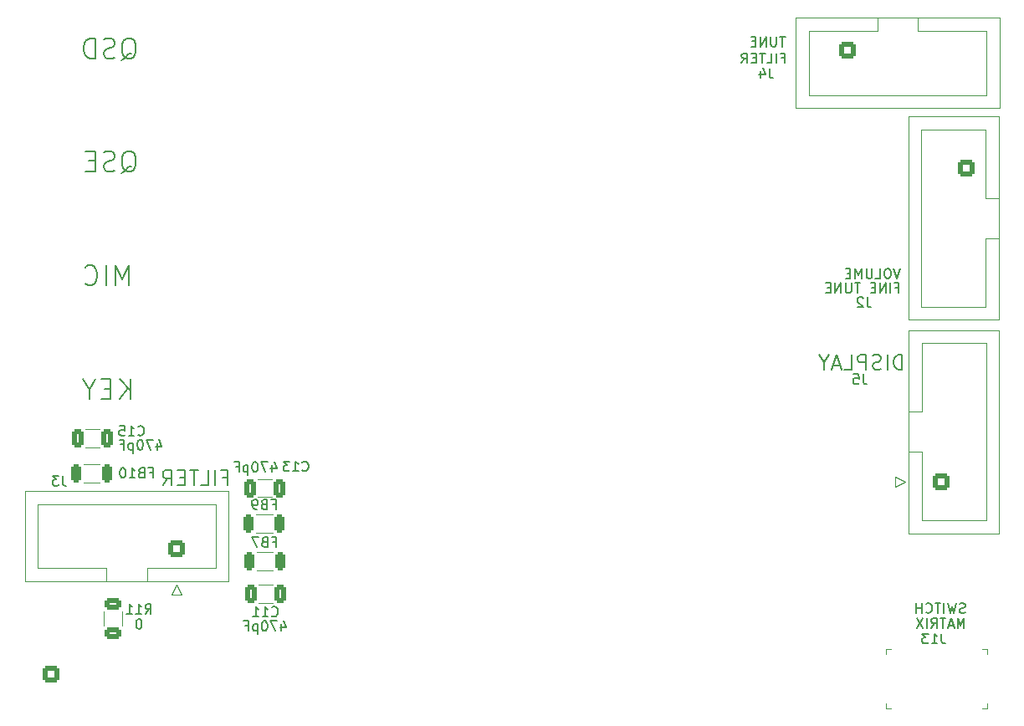
<source format=gbr>
G04 #@! TF.GenerationSoftware,KiCad,Pcbnew,8.0.5*
G04 #@! TF.CreationDate,2024-09-19T13:37:45-04:00*
G04 #@! TF.ProjectId,t41_2_main_board,7434315f-325f-46d6-9169-6e5f626f6172,1.0*
G04 #@! TF.SameCoordinates,Original*
G04 #@! TF.FileFunction,Legend,Bot*
G04 #@! TF.FilePolarity,Positive*
%FSLAX46Y46*%
G04 Gerber Fmt 4.6, Leading zero omitted, Abs format (unit mm)*
G04 Created by KiCad (PCBNEW 8.0.5) date 2024-09-19 13:37:45*
%MOMM*%
%LPD*%
G01*
G04 APERTURE LIST*
G04 Aperture macros list*
%AMRoundRect*
0 Rectangle with rounded corners*
0 $1 Rounding radius*
0 $2 $3 $4 $5 $6 $7 $8 $9 X,Y pos of 4 corners*
0 Add a 4 corners polygon primitive as box body*
4,1,4,$2,$3,$4,$5,$6,$7,$8,$9,$2,$3,0*
0 Add four circle primitives for the rounded corners*
1,1,$1+$1,$2,$3*
1,1,$1+$1,$4,$5*
1,1,$1+$1,$6,$7*
1,1,$1+$1,$8,$9*
0 Add four rect primitives between the rounded corners*
20,1,$1+$1,$2,$3,$4,$5,0*
20,1,$1+$1,$4,$5,$6,$7,0*
20,1,$1+$1,$6,$7,$8,$9,0*
20,1,$1+$1,$8,$9,$2,$3,0*%
G04 Aperture macros list end*
%ADD10C,0.150000*%
%ADD11C,0.120000*%
%ADD12C,0.100000*%
%ADD13C,1.700000*%
%ADD14C,2.100000*%
%ADD15RoundRect,0.250000X-0.600000X-0.600000X0.600000X-0.600000X0.600000X0.600000X-0.600000X0.600000X0*%
%ADD16R,1.600000X1.600000*%
%ADD17C,1.600000*%
%ADD18R,1.300000X1.300000*%
%ADD19C,1.300000*%
%ADD20RoundRect,0.250000X0.275000X0.700000X-0.275000X0.700000X-0.275000X-0.700000X0.275000X-0.700000X0*%
%ADD21RoundRect,0.250000X-0.325000X-0.650000X0.325000X-0.650000X0.325000X0.650000X-0.325000X0.650000X0*%
%ADD22RoundRect,0.250000X-0.600000X0.600000X-0.600000X-0.600000X0.600000X-0.600000X0.600000X0.600000X0*%
%ADD23RoundRect,0.250000X-0.275000X-0.700000X0.275000X-0.700000X0.275000X0.700000X-0.275000X0.700000X0*%
%ADD24RoundRect,0.250000X-0.625000X0.312500X-0.625000X-0.312500X0.625000X-0.312500X0.625000X0.312500X0*%
%ADD25RoundRect,0.250000X0.600000X0.600000X-0.600000X0.600000X-0.600000X-0.600000X0.600000X-0.600000X0*%
%ADD26RoundRect,0.250000X0.325000X0.650000X-0.325000X0.650000X-0.325000X-0.650000X0.325000X-0.650000X0*%
%ADD27RoundRect,0.250000X0.600000X-0.600000X0.600000X0.600000X-0.600000X0.600000X-0.600000X-0.600000X0*%
G04 APERTURE END LIST*
D10*
X117344173Y-100892914D02*
X117844173Y-100892914D01*
X117844173Y-101678628D02*
X117844173Y-100178628D01*
X117844173Y-100178628D02*
X117129887Y-100178628D01*
X116558459Y-101678628D02*
X116558459Y-100178628D01*
X115129887Y-101678628D02*
X115844173Y-101678628D01*
X115844173Y-101678628D02*
X115844173Y-100178628D01*
X114844172Y-100178628D02*
X113987030Y-100178628D01*
X114415601Y-101678628D02*
X114415601Y-100178628D01*
X113487030Y-100892914D02*
X112987030Y-100892914D01*
X112772744Y-101678628D02*
X113487030Y-101678628D01*
X113487030Y-101678628D02*
X113487030Y-100178628D01*
X113487030Y-100178628D02*
X112772744Y-100178628D01*
X111272744Y-101678628D02*
X111772744Y-100964342D01*
X112129887Y-101678628D02*
X112129887Y-100178628D01*
X112129887Y-100178628D02*
X111558458Y-100178628D01*
X111558458Y-100178628D02*
X111415601Y-100250057D01*
X111415601Y-100250057D02*
X111344172Y-100321485D01*
X111344172Y-100321485D02*
X111272744Y-100464342D01*
X111272744Y-100464342D02*
X111272744Y-100678628D01*
X111272744Y-100678628D02*
X111344172Y-100821485D01*
X111344172Y-100821485D02*
X111415601Y-100892914D01*
X111415601Y-100892914D02*
X111558458Y-100964342D01*
X111558458Y-100964342D02*
X112129887Y-100964342D01*
X192471639Y-114567000D02*
X192328782Y-114614619D01*
X192328782Y-114614619D02*
X192090687Y-114614619D01*
X192090687Y-114614619D02*
X191995449Y-114567000D01*
X191995449Y-114567000D02*
X191947830Y-114519380D01*
X191947830Y-114519380D02*
X191900211Y-114424142D01*
X191900211Y-114424142D02*
X191900211Y-114328904D01*
X191900211Y-114328904D02*
X191947830Y-114233666D01*
X191947830Y-114233666D02*
X191995449Y-114186047D01*
X191995449Y-114186047D02*
X192090687Y-114138428D01*
X192090687Y-114138428D02*
X192281163Y-114090809D01*
X192281163Y-114090809D02*
X192376401Y-114043190D01*
X192376401Y-114043190D02*
X192424020Y-113995571D01*
X192424020Y-113995571D02*
X192471639Y-113900333D01*
X192471639Y-113900333D02*
X192471639Y-113805095D01*
X192471639Y-113805095D02*
X192424020Y-113709857D01*
X192424020Y-113709857D02*
X192376401Y-113662238D01*
X192376401Y-113662238D02*
X192281163Y-113614619D01*
X192281163Y-113614619D02*
X192043068Y-113614619D01*
X192043068Y-113614619D02*
X191900211Y-113662238D01*
X191566877Y-113614619D02*
X191328782Y-114614619D01*
X191328782Y-114614619D02*
X191138306Y-113900333D01*
X191138306Y-113900333D02*
X190947830Y-114614619D01*
X190947830Y-114614619D02*
X190709735Y-113614619D01*
X190328782Y-114614619D02*
X190328782Y-113614619D01*
X189995449Y-113614619D02*
X189424021Y-113614619D01*
X189709735Y-114614619D02*
X189709735Y-113614619D01*
X188519259Y-114519380D02*
X188566878Y-114567000D01*
X188566878Y-114567000D02*
X188709735Y-114614619D01*
X188709735Y-114614619D02*
X188804973Y-114614619D01*
X188804973Y-114614619D02*
X188947830Y-114567000D01*
X188947830Y-114567000D02*
X189043068Y-114471761D01*
X189043068Y-114471761D02*
X189090687Y-114376523D01*
X189090687Y-114376523D02*
X189138306Y-114186047D01*
X189138306Y-114186047D02*
X189138306Y-114043190D01*
X189138306Y-114043190D02*
X189090687Y-113852714D01*
X189090687Y-113852714D02*
X189043068Y-113757476D01*
X189043068Y-113757476D02*
X188947830Y-113662238D01*
X188947830Y-113662238D02*
X188804973Y-113614619D01*
X188804973Y-113614619D02*
X188709735Y-113614619D01*
X188709735Y-113614619D02*
X188566878Y-113662238D01*
X188566878Y-113662238D02*
X188519259Y-113709857D01*
X188090687Y-114614619D02*
X188090687Y-113614619D01*
X188090687Y-114090809D02*
X187519259Y-114090809D01*
X187519259Y-114614619D02*
X187519259Y-113614619D01*
X192373220Y-116138619D02*
X192373220Y-115138619D01*
X192373220Y-115138619D02*
X192039887Y-115852904D01*
X192039887Y-115852904D02*
X191706554Y-115138619D01*
X191706554Y-115138619D02*
X191706554Y-116138619D01*
X191277982Y-115852904D02*
X190801792Y-115852904D01*
X191373220Y-116138619D02*
X191039887Y-115138619D01*
X191039887Y-115138619D02*
X190706554Y-116138619D01*
X190516077Y-115138619D02*
X189944649Y-115138619D01*
X190230363Y-116138619D02*
X190230363Y-115138619D01*
X189039887Y-116138619D02*
X189373220Y-115662428D01*
X189611315Y-116138619D02*
X189611315Y-115138619D01*
X189611315Y-115138619D02*
X189230363Y-115138619D01*
X189230363Y-115138619D02*
X189135125Y-115186238D01*
X189135125Y-115186238D02*
X189087506Y-115233857D01*
X189087506Y-115233857D02*
X189039887Y-115329095D01*
X189039887Y-115329095D02*
X189039887Y-115471952D01*
X189039887Y-115471952D02*
X189087506Y-115567190D01*
X189087506Y-115567190D02*
X189135125Y-115614809D01*
X189135125Y-115614809D02*
X189230363Y-115662428D01*
X189230363Y-115662428D02*
X189611315Y-115662428D01*
X188611315Y-116138619D02*
X188611315Y-115138619D01*
X188230363Y-115138619D02*
X187563697Y-116138619D01*
X187563697Y-115138619D02*
X188230363Y-116138619D01*
X107083392Y-70080314D02*
X107273868Y-69985076D01*
X107273868Y-69985076D02*
X107464344Y-69794600D01*
X107464344Y-69794600D02*
X107750058Y-69508885D01*
X107750058Y-69508885D02*
X107940535Y-69413647D01*
X107940535Y-69413647D02*
X108131011Y-69413647D01*
X108035773Y-69889838D02*
X108226249Y-69794600D01*
X108226249Y-69794600D02*
X108416725Y-69604123D01*
X108416725Y-69604123D02*
X108511963Y-69223171D01*
X108511963Y-69223171D02*
X108511963Y-68556504D01*
X108511963Y-68556504D02*
X108416725Y-68175552D01*
X108416725Y-68175552D02*
X108226249Y-67985076D01*
X108226249Y-67985076D02*
X108035773Y-67889838D01*
X108035773Y-67889838D02*
X107654820Y-67889838D01*
X107654820Y-67889838D02*
X107464344Y-67985076D01*
X107464344Y-67985076D02*
X107273868Y-68175552D01*
X107273868Y-68175552D02*
X107178630Y-68556504D01*
X107178630Y-68556504D02*
X107178630Y-69223171D01*
X107178630Y-69223171D02*
X107273868Y-69604123D01*
X107273868Y-69604123D02*
X107464344Y-69794600D01*
X107464344Y-69794600D02*
X107654820Y-69889838D01*
X107654820Y-69889838D02*
X108035773Y-69889838D01*
X106416725Y-69794600D02*
X106131011Y-69889838D01*
X106131011Y-69889838D02*
X105654820Y-69889838D01*
X105654820Y-69889838D02*
X105464344Y-69794600D01*
X105464344Y-69794600D02*
X105369106Y-69699361D01*
X105369106Y-69699361D02*
X105273868Y-69508885D01*
X105273868Y-69508885D02*
X105273868Y-69318409D01*
X105273868Y-69318409D02*
X105369106Y-69127933D01*
X105369106Y-69127933D02*
X105464344Y-69032695D01*
X105464344Y-69032695D02*
X105654820Y-68937457D01*
X105654820Y-68937457D02*
X106035773Y-68842219D01*
X106035773Y-68842219D02*
X106226249Y-68746980D01*
X106226249Y-68746980D02*
X106321487Y-68651742D01*
X106321487Y-68651742D02*
X106416725Y-68461266D01*
X106416725Y-68461266D02*
X106416725Y-68270790D01*
X106416725Y-68270790D02*
X106321487Y-68080314D01*
X106321487Y-68080314D02*
X106226249Y-67985076D01*
X106226249Y-67985076D02*
X106035773Y-67889838D01*
X106035773Y-67889838D02*
X105559582Y-67889838D01*
X105559582Y-67889838D02*
X105273868Y-67985076D01*
X104416725Y-68842219D02*
X103750058Y-68842219D01*
X103464344Y-69889838D02*
X104416725Y-69889838D01*
X104416725Y-69889838D02*
X104416725Y-67889838D01*
X104416725Y-67889838D02*
X103464344Y-67889838D01*
X185912077Y-79731019D02*
X185578744Y-80731019D01*
X185578744Y-80731019D02*
X185245411Y-79731019D01*
X184721601Y-79731019D02*
X184531125Y-79731019D01*
X184531125Y-79731019D02*
X184435887Y-79778638D01*
X184435887Y-79778638D02*
X184340649Y-79873876D01*
X184340649Y-79873876D02*
X184293030Y-80064352D01*
X184293030Y-80064352D02*
X184293030Y-80397685D01*
X184293030Y-80397685D02*
X184340649Y-80588161D01*
X184340649Y-80588161D02*
X184435887Y-80683400D01*
X184435887Y-80683400D02*
X184531125Y-80731019D01*
X184531125Y-80731019D02*
X184721601Y-80731019D01*
X184721601Y-80731019D02*
X184816839Y-80683400D01*
X184816839Y-80683400D02*
X184912077Y-80588161D01*
X184912077Y-80588161D02*
X184959696Y-80397685D01*
X184959696Y-80397685D02*
X184959696Y-80064352D01*
X184959696Y-80064352D02*
X184912077Y-79873876D01*
X184912077Y-79873876D02*
X184816839Y-79778638D01*
X184816839Y-79778638D02*
X184721601Y-79731019D01*
X183388268Y-80731019D02*
X183864458Y-80731019D01*
X183864458Y-80731019D02*
X183864458Y-79731019D01*
X183054934Y-79731019D02*
X183054934Y-80540542D01*
X183054934Y-80540542D02*
X183007315Y-80635780D01*
X183007315Y-80635780D02*
X182959696Y-80683400D01*
X182959696Y-80683400D02*
X182864458Y-80731019D01*
X182864458Y-80731019D02*
X182673982Y-80731019D01*
X182673982Y-80731019D02*
X182578744Y-80683400D01*
X182578744Y-80683400D02*
X182531125Y-80635780D01*
X182531125Y-80635780D02*
X182483506Y-80540542D01*
X182483506Y-80540542D02*
X182483506Y-79731019D01*
X182007315Y-80731019D02*
X182007315Y-79731019D01*
X182007315Y-79731019D02*
X181673982Y-80445304D01*
X181673982Y-80445304D02*
X181340649Y-79731019D01*
X181340649Y-79731019D02*
X181340649Y-80731019D01*
X180864458Y-80207209D02*
X180531125Y-80207209D01*
X180388268Y-80731019D02*
X180864458Y-80731019D01*
X180864458Y-80731019D02*
X180864458Y-79731019D01*
X180864458Y-79731019D02*
X180388268Y-79731019D01*
X186107373Y-89966228D02*
X186107373Y-88466228D01*
X186107373Y-88466228D02*
X185750230Y-88466228D01*
X185750230Y-88466228D02*
X185535944Y-88537657D01*
X185535944Y-88537657D02*
X185393087Y-88680514D01*
X185393087Y-88680514D02*
X185321658Y-88823371D01*
X185321658Y-88823371D02*
X185250230Y-89109085D01*
X185250230Y-89109085D02*
X185250230Y-89323371D01*
X185250230Y-89323371D02*
X185321658Y-89609085D01*
X185321658Y-89609085D02*
X185393087Y-89751942D01*
X185393087Y-89751942D02*
X185535944Y-89894800D01*
X185535944Y-89894800D02*
X185750230Y-89966228D01*
X185750230Y-89966228D02*
X186107373Y-89966228D01*
X184607373Y-89966228D02*
X184607373Y-88466228D01*
X183964515Y-89894800D02*
X183750230Y-89966228D01*
X183750230Y-89966228D02*
X183393087Y-89966228D01*
X183393087Y-89966228D02*
X183250230Y-89894800D01*
X183250230Y-89894800D02*
X183178801Y-89823371D01*
X183178801Y-89823371D02*
X183107372Y-89680514D01*
X183107372Y-89680514D02*
X183107372Y-89537657D01*
X183107372Y-89537657D02*
X183178801Y-89394800D01*
X183178801Y-89394800D02*
X183250230Y-89323371D01*
X183250230Y-89323371D02*
X183393087Y-89251942D01*
X183393087Y-89251942D02*
X183678801Y-89180514D01*
X183678801Y-89180514D02*
X183821658Y-89109085D01*
X183821658Y-89109085D02*
X183893087Y-89037657D01*
X183893087Y-89037657D02*
X183964515Y-88894800D01*
X183964515Y-88894800D02*
X183964515Y-88751942D01*
X183964515Y-88751942D02*
X183893087Y-88609085D01*
X183893087Y-88609085D02*
X183821658Y-88537657D01*
X183821658Y-88537657D02*
X183678801Y-88466228D01*
X183678801Y-88466228D02*
X183321658Y-88466228D01*
X183321658Y-88466228D02*
X183107372Y-88537657D01*
X182464516Y-89966228D02*
X182464516Y-88466228D01*
X182464516Y-88466228D02*
X181893087Y-88466228D01*
X181893087Y-88466228D02*
X181750230Y-88537657D01*
X181750230Y-88537657D02*
X181678801Y-88609085D01*
X181678801Y-88609085D02*
X181607373Y-88751942D01*
X181607373Y-88751942D02*
X181607373Y-88966228D01*
X181607373Y-88966228D02*
X181678801Y-89109085D01*
X181678801Y-89109085D02*
X181750230Y-89180514D01*
X181750230Y-89180514D02*
X181893087Y-89251942D01*
X181893087Y-89251942D02*
X182464516Y-89251942D01*
X180250230Y-89966228D02*
X180964516Y-89966228D01*
X180964516Y-89966228D02*
X180964516Y-88466228D01*
X179821658Y-89537657D02*
X179107373Y-89537657D01*
X179964515Y-89966228D02*
X179464515Y-88466228D01*
X179464515Y-88466228D02*
X178964515Y-89966228D01*
X178178801Y-89251942D02*
X178178801Y-89966228D01*
X178678801Y-88466228D02*
X178178801Y-89251942D01*
X178178801Y-89251942D02*
X177678801Y-88466228D01*
X174278877Y-56261419D02*
X173707449Y-56261419D01*
X173993163Y-57261419D02*
X173993163Y-56261419D01*
X173374115Y-56261419D02*
X173374115Y-57070942D01*
X173374115Y-57070942D02*
X173326496Y-57166180D01*
X173326496Y-57166180D02*
X173278877Y-57213800D01*
X173278877Y-57213800D02*
X173183639Y-57261419D01*
X173183639Y-57261419D02*
X172993163Y-57261419D01*
X172993163Y-57261419D02*
X172897925Y-57213800D01*
X172897925Y-57213800D02*
X172850306Y-57166180D01*
X172850306Y-57166180D02*
X172802687Y-57070942D01*
X172802687Y-57070942D02*
X172802687Y-56261419D01*
X172326496Y-57261419D02*
X172326496Y-56261419D01*
X172326496Y-56261419D02*
X171755068Y-57261419D01*
X171755068Y-57261419D02*
X171755068Y-56261419D01*
X171278877Y-56737609D02*
X170945544Y-56737609D01*
X170802687Y-57261419D02*
X171278877Y-57261419D01*
X171278877Y-57261419D02*
X171278877Y-56261419D01*
X171278877Y-56261419D02*
X170802687Y-56261419D01*
X185435887Y-81680409D02*
X185769220Y-81680409D01*
X185769220Y-82204219D02*
X185769220Y-81204219D01*
X185769220Y-81204219D02*
X185293030Y-81204219D01*
X184912077Y-82204219D02*
X184912077Y-81204219D01*
X184435887Y-82204219D02*
X184435887Y-81204219D01*
X184435887Y-81204219D02*
X183864459Y-82204219D01*
X183864459Y-82204219D02*
X183864459Y-81204219D01*
X183388268Y-81680409D02*
X183054935Y-81680409D01*
X182912078Y-82204219D02*
X183388268Y-82204219D01*
X183388268Y-82204219D02*
X183388268Y-81204219D01*
X183388268Y-81204219D02*
X182912078Y-81204219D01*
X181864458Y-81204219D02*
X181293030Y-81204219D01*
X181578744Y-82204219D02*
X181578744Y-81204219D01*
X180959696Y-81204219D02*
X180959696Y-82013742D01*
X180959696Y-82013742D02*
X180912077Y-82108980D01*
X180912077Y-82108980D02*
X180864458Y-82156600D01*
X180864458Y-82156600D02*
X180769220Y-82204219D01*
X180769220Y-82204219D02*
X180578744Y-82204219D01*
X180578744Y-82204219D02*
X180483506Y-82156600D01*
X180483506Y-82156600D02*
X180435887Y-82108980D01*
X180435887Y-82108980D02*
X180388268Y-82013742D01*
X180388268Y-82013742D02*
X180388268Y-81204219D01*
X179912077Y-82204219D02*
X179912077Y-81204219D01*
X179912077Y-81204219D02*
X179340649Y-82204219D01*
X179340649Y-82204219D02*
X179340649Y-81204219D01*
X178864458Y-81680409D02*
X178531125Y-81680409D01*
X178388268Y-82204219D02*
X178864458Y-82204219D01*
X178864458Y-82204219D02*
X178864458Y-81204219D01*
X178864458Y-81204219D02*
X178388268Y-81204219D01*
X108010325Y-92953038D02*
X108010325Y-90953038D01*
X106867468Y-92953038D02*
X107724611Y-91810180D01*
X106867468Y-90953038D02*
X108010325Y-92095895D01*
X106010325Y-91905419D02*
X105343658Y-91905419D01*
X105057944Y-92953038D02*
X106010325Y-92953038D01*
X106010325Y-92953038D02*
X106010325Y-90953038D01*
X106010325Y-90953038D02*
X105057944Y-90953038D01*
X103819849Y-92000657D02*
X103819849Y-92953038D01*
X104486515Y-90953038D02*
X103819849Y-92000657D01*
X103819849Y-92000657D02*
X103153182Y-90953038D01*
X107083392Y-58650314D02*
X107273868Y-58555076D01*
X107273868Y-58555076D02*
X107464344Y-58364600D01*
X107464344Y-58364600D02*
X107750058Y-58078885D01*
X107750058Y-58078885D02*
X107940535Y-57983647D01*
X107940535Y-57983647D02*
X108131011Y-57983647D01*
X108035773Y-58459838D02*
X108226249Y-58364600D01*
X108226249Y-58364600D02*
X108416725Y-58174123D01*
X108416725Y-58174123D02*
X108511963Y-57793171D01*
X108511963Y-57793171D02*
X108511963Y-57126504D01*
X108511963Y-57126504D02*
X108416725Y-56745552D01*
X108416725Y-56745552D02*
X108226249Y-56555076D01*
X108226249Y-56555076D02*
X108035773Y-56459838D01*
X108035773Y-56459838D02*
X107654820Y-56459838D01*
X107654820Y-56459838D02*
X107464344Y-56555076D01*
X107464344Y-56555076D02*
X107273868Y-56745552D01*
X107273868Y-56745552D02*
X107178630Y-57126504D01*
X107178630Y-57126504D02*
X107178630Y-57793171D01*
X107178630Y-57793171D02*
X107273868Y-58174123D01*
X107273868Y-58174123D02*
X107464344Y-58364600D01*
X107464344Y-58364600D02*
X107654820Y-58459838D01*
X107654820Y-58459838D02*
X108035773Y-58459838D01*
X106416725Y-58364600D02*
X106131011Y-58459838D01*
X106131011Y-58459838D02*
X105654820Y-58459838D01*
X105654820Y-58459838D02*
X105464344Y-58364600D01*
X105464344Y-58364600D02*
X105369106Y-58269361D01*
X105369106Y-58269361D02*
X105273868Y-58078885D01*
X105273868Y-58078885D02*
X105273868Y-57888409D01*
X105273868Y-57888409D02*
X105369106Y-57697933D01*
X105369106Y-57697933D02*
X105464344Y-57602695D01*
X105464344Y-57602695D02*
X105654820Y-57507457D01*
X105654820Y-57507457D02*
X106035773Y-57412219D01*
X106035773Y-57412219D02*
X106226249Y-57316980D01*
X106226249Y-57316980D02*
X106321487Y-57221742D01*
X106321487Y-57221742D02*
X106416725Y-57031266D01*
X106416725Y-57031266D02*
X106416725Y-56840790D01*
X106416725Y-56840790D02*
X106321487Y-56650314D01*
X106321487Y-56650314D02*
X106226249Y-56555076D01*
X106226249Y-56555076D02*
X106035773Y-56459838D01*
X106035773Y-56459838D02*
X105559582Y-56459838D01*
X105559582Y-56459838D02*
X105273868Y-56555076D01*
X104416725Y-58459838D02*
X104416725Y-56459838D01*
X104416725Y-56459838D02*
X103940535Y-56459838D01*
X103940535Y-56459838D02*
X103654820Y-56555076D01*
X103654820Y-56555076D02*
X103464344Y-56745552D01*
X103464344Y-56745552D02*
X103369106Y-56936028D01*
X103369106Y-56936028D02*
X103273868Y-57316980D01*
X103273868Y-57316980D02*
X103273868Y-57602695D01*
X103273868Y-57602695D02*
X103369106Y-57983647D01*
X103369106Y-57983647D02*
X103464344Y-58174123D01*
X103464344Y-58174123D02*
X103654820Y-58364600D01*
X103654820Y-58364600D02*
X103940535Y-58459838D01*
X103940535Y-58459838D02*
X104416725Y-58459838D01*
X173904287Y-58414009D02*
X174237620Y-58414009D01*
X174237620Y-58937819D02*
X174237620Y-57937819D01*
X174237620Y-57937819D02*
X173761430Y-57937819D01*
X173380477Y-58937819D02*
X173380477Y-57937819D01*
X172428097Y-58937819D02*
X172904287Y-58937819D01*
X172904287Y-58937819D02*
X172904287Y-57937819D01*
X172237620Y-57937819D02*
X171666192Y-57937819D01*
X171951906Y-58937819D02*
X171951906Y-57937819D01*
X171332858Y-58414009D02*
X170999525Y-58414009D01*
X170856668Y-58937819D02*
X171332858Y-58937819D01*
X171332858Y-58937819D02*
X171332858Y-57937819D01*
X171332858Y-57937819D02*
X170856668Y-57937819D01*
X169856668Y-58937819D02*
X170190001Y-58461628D01*
X170428096Y-58937819D02*
X170428096Y-57937819D01*
X170428096Y-57937819D02*
X170047144Y-57937819D01*
X170047144Y-57937819D02*
X169951906Y-57985438D01*
X169951906Y-57985438D02*
X169904287Y-58033057D01*
X169904287Y-58033057D02*
X169856668Y-58128295D01*
X169856668Y-58128295D02*
X169856668Y-58271152D01*
X169856668Y-58271152D02*
X169904287Y-58366390D01*
X169904287Y-58366390D02*
X169951906Y-58414009D01*
X169951906Y-58414009D02*
X170047144Y-58461628D01*
X170047144Y-58461628D02*
X170428096Y-58461628D01*
X107807125Y-81421438D02*
X107807125Y-79421438D01*
X107807125Y-79421438D02*
X107140458Y-80850009D01*
X107140458Y-80850009D02*
X106473792Y-79421438D01*
X106473792Y-79421438D02*
X106473792Y-81421438D01*
X105521411Y-81421438D02*
X105521411Y-79421438D01*
X103426173Y-81230961D02*
X103521411Y-81326200D01*
X103521411Y-81326200D02*
X103807125Y-81421438D01*
X103807125Y-81421438D02*
X103997601Y-81421438D01*
X103997601Y-81421438D02*
X104283316Y-81326200D01*
X104283316Y-81326200D02*
X104473792Y-81135723D01*
X104473792Y-81135723D02*
X104569030Y-80945247D01*
X104569030Y-80945247D02*
X104664268Y-80564295D01*
X104664268Y-80564295D02*
X104664268Y-80278580D01*
X104664268Y-80278580D02*
X104569030Y-79897628D01*
X104569030Y-79897628D02*
X104473792Y-79707152D01*
X104473792Y-79707152D02*
X104283316Y-79516676D01*
X104283316Y-79516676D02*
X103997601Y-79421438D01*
X103997601Y-79421438D02*
X103807125Y-79421438D01*
X103807125Y-79421438D02*
X103521411Y-79516676D01*
X103521411Y-79516676D02*
X103426173Y-79611914D01*
X122372333Y-103581009D02*
X122705666Y-103581009D01*
X122705666Y-104104819D02*
X122705666Y-103104819D01*
X122705666Y-103104819D02*
X122229476Y-103104819D01*
X121515190Y-103581009D02*
X121372333Y-103628628D01*
X121372333Y-103628628D02*
X121324714Y-103676247D01*
X121324714Y-103676247D02*
X121277095Y-103771485D01*
X121277095Y-103771485D02*
X121277095Y-103914342D01*
X121277095Y-103914342D02*
X121324714Y-104009580D01*
X121324714Y-104009580D02*
X121372333Y-104057200D01*
X121372333Y-104057200D02*
X121467571Y-104104819D01*
X121467571Y-104104819D02*
X121848523Y-104104819D01*
X121848523Y-104104819D02*
X121848523Y-103104819D01*
X121848523Y-103104819D02*
X121515190Y-103104819D01*
X121515190Y-103104819D02*
X121419952Y-103152438D01*
X121419952Y-103152438D02*
X121372333Y-103200057D01*
X121372333Y-103200057D02*
X121324714Y-103295295D01*
X121324714Y-103295295D02*
X121324714Y-103390533D01*
X121324714Y-103390533D02*
X121372333Y-103485771D01*
X121372333Y-103485771D02*
X121419952Y-103533390D01*
X121419952Y-103533390D02*
X121515190Y-103581009D01*
X121515190Y-103581009D02*
X121848523Y-103581009D01*
X120800904Y-104104819D02*
X120610428Y-104104819D01*
X120610428Y-104104819D02*
X120515190Y-104057200D01*
X120515190Y-104057200D02*
X120467571Y-104009580D01*
X120467571Y-104009580D02*
X120372333Y-103866723D01*
X120372333Y-103866723D02*
X120324714Y-103676247D01*
X120324714Y-103676247D02*
X120324714Y-103295295D01*
X120324714Y-103295295D02*
X120372333Y-103200057D01*
X120372333Y-103200057D02*
X120419952Y-103152438D01*
X120419952Y-103152438D02*
X120515190Y-103104819D01*
X120515190Y-103104819D02*
X120705666Y-103104819D01*
X120705666Y-103104819D02*
X120800904Y-103152438D01*
X120800904Y-103152438D02*
X120848523Y-103200057D01*
X120848523Y-103200057D02*
X120896142Y-103295295D01*
X120896142Y-103295295D02*
X120896142Y-103533390D01*
X120896142Y-103533390D02*
X120848523Y-103628628D01*
X120848523Y-103628628D02*
X120800904Y-103676247D01*
X120800904Y-103676247D02*
X120705666Y-103723866D01*
X120705666Y-103723866D02*
X120515190Y-103723866D01*
X120515190Y-103723866D02*
X120419952Y-103676247D01*
X120419952Y-103676247D02*
X120372333Y-103628628D01*
X120372333Y-103628628D02*
X120324714Y-103533390D01*
X122423333Y-107391009D02*
X122756666Y-107391009D01*
X122756666Y-107914819D02*
X122756666Y-106914819D01*
X122756666Y-106914819D02*
X122280476Y-106914819D01*
X121566190Y-107391009D02*
X121423333Y-107438628D01*
X121423333Y-107438628D02*
X121375714Y-107486247D01*
X121375714Y-107486247D02*
X121328095Y-107581485D01*
X121328095Y-107581485D02*
X121328095Y-107724342D01*
X121328095Y-107724342D02*
X121375714Y-107819580D01*
X121375714Y-107819580D02*
X121423333Y-107867200D01*
X121423333Y-107867200D02*
X121518571Y-107914819D01*
X121518571Y-107914819D02*
X121899523Y-107914819D01*
X121899523Y-107914819D02*
X121899523Y-106914819D01*
X121899523Y-106914819D02*
X121566190Y-106914819D01*
X121566190Y-106914819D02*
X121470952Y-106962438D01*
X121470952Y-106962438D02*
X121423333Y-107010057D01*
X121423333Y-107010057D02*
X121375714Y-107105295D01*
X121375714Y-107105295D02*
X121375714Y-107200533D01*
X121375714Y-107200533D02*
X121423333Y-107295771D01*
X121423333Y-107295771D02*
X121470952Y-107343390D01*
X121470952Y-107343390D02*
X121566190Y-107391009D01*
X121566190Y-107391009D02*
X121899523Y-107391009D01*
X120994761Y-106914819D02*
X120328095Y-106914819D01*
X120328095Y-106914819D02*
X120756666Y-107914819D01*
X122310857Y-114871580D02*
X122358476Y-114919200D01*
X122358476Y-114919200D02*
X122501333Y-114966819D01*
X122501333Y-114966819D02*
X122596571Y-114966819D01*
X122596571Y-114966819D02*
X122739428Y-114919200D01*
X122739428Y-114919200D02*
X122834666Y-114823961D01*
X122834666Y-114823961D02*
X122882285Y-114728723D01*
X122882285Y-114728723D02*
X122929904Y-114538247D01*
X122929904Y-114538247D02*
X122929904Y-114395390D01*
X122929904Y-114395390D02*
X122882285Y-114204914D01*
X122882285Y-114204914D02*
X122834666Y-114109676D01*
X122834666Y-114109676D02*
X122739428Y-114014438D01*
X122739428Y-114014438D02*
X122596571Y-113966819D01*
X122596571Y-113966819D02*
X122501333Y-113966819D01*
X122501333Y-113966819D02*
X122358476Y-114014438D01*
X122358476Y-114014438D02*
X122310857Y-114062057D01*
X121358476Y-114966819D02*
X121929904Y-114966819D01*
X121644190Y-114966819D02*
X121644190Y-113966819D01*
X121644190Y-113966819D02*
X121739428Y-114109676D01*
X121739428Y-114109676D02*
X121834666Y-114204914D01*
X121834666Y-114204914D02*
X121929904Y-114252533D01*
X120406095Y-114966819D02*
X120977523Y-114966819D01*
X120691809Y-114966819D02*
X120691809Y-113966819D01*
X120691809Y-113966819D02*
X120787047Y-114109676D01*
X120787047Y-114109676D02*
X120882285Y-114204914D01*
X120882285Y-114204914D02*
X120977523Y-114252533D01*
X123283657Y-115752152D02*
X123283657Y-116418819D01*
X123521752Y-115371200D02*
X123759847Y-116085485D01*
X123759847Y-116085485D02*
X123140800Y-116085485D01*
X122855085Y-115418819D02*
X122188419Y-115418819D01*
X122188419Y-115418819D02*
X122616990Y-116418819D01*
X121616990Y-115418819D02*
X121521752Y-115418819D01*
X121521752Y-115418819D02*
X121426514Y-115466438D01*
X121426514Y-115466438D02*
X121378895Y-115514057D01*
X121378895Y-115514057D02*
X121331276Y-115609295D01*
X121331276Y-115609295D02*
X121283657Y-115799771D01*
X121283657Y-115799771D02*
X121283657Y-116037866D01*
X121283657Y-116037866D02*
X121331276Y-116228342D01*
X121331276Y-116228342D02*
X121378895Y-116323580D01*
X121378895Y-116323580D02*
X121426514Y-116371200D01*
X121426514Y-116371200D02*
X121521752Y-116418819D01*
X121521752Y-116418819D02*
X121616990Y-116418819D01*
X121616990Y-116418819D02*
X121712228Y-116371200D01*
X121712228Y-116371200D02*
X121759847Y-116323580D01*
X121759847Y-116323580D02*
X121807466Y-116228342D01*
X121807466Y-116228342D02*
X121855085Y-116037866D01*
X121855085Y-116037866D02*
X121855085Y-115799771D01*
X121855085Y-115799771D02*
X121807466Y-115609295D01*
X121807466Y-115609295D02*
X121759847Y-115514057D01*
X121759847Y-115514057D02*
X121712228Y-115466438D01*
X121712228Y-115466438D02*
X121616990Y-115418819D01*
X120855085Y-115752152D02*
X120855085Y-116752152D01*
X120855085Y-115799771D02*
X120759847Y-115752152D01*
X120759847Y-115752152D02*
X120569371Y-115752152D01*
X120569371Y-115752152D02*
X120474133Y-115799771D01*
X120474133Y-115799771D02*
X120426514Y-115847390D01*
X120426514Y-115847390D02*
X120378895Y-115942628D01*
X120378895Y-115942628D02*
X120378895Y-116228342D01*
X120378895Y-116228342D02*
X120426514Y-116323580D01*
X120426514Y-116323580D02*
X120474133Y-116371200D01*
X120474133Y-116371200D02*
X120569371Y-116418819D01*
X120569371Y-116418819D02*
X120759847Y-116418819D01*
X120759847Y-116418819D02*
X120855085Y-116371200D01*
X119616990Y-115895009D02*
X119950323Y-115895009D01*
X119950323Y-116418819D02*
X119950323Y-115418819D01*
X119950323Y-115418819D02*
X119474133Y-115418819D01*
X172672533Y-59462619D02*
X172672533Y-60176904D01*
X172672533Y-60176904D02*
X172720152Y-60319761D01*
X172720152Y-60319761D02*
X172815390Y-60415000D01*
X172815390Y-60415000D02*
X172958247Y-60462619D01*
X172958247Y-60462619D02*
X173053485Y-60462619D01*
X171767771Y-59795952D02*
X171767771Y-60462619D01*
X172005866Y-59415000D02*
X172243961Y-60129285D01*
X172243961Y-60129285D02*
X171624914Y-60129285D01*
X182146733Y-90425219D02*
X182146733Y-91139504D01*
X182146733Y-91139504D02*
X182194352Y-91282361D01*
X182194352Y-91282361D02*
X182289590Y-91377600D01*
X182289590Y-91377600D02*
X182432447Y-91425219D01*
X182432447Y-91425219D02*
X182527685Y-91425219D01*
X181194352Y-90425219D02*
X181670542Y-90425219D01*
X181670542Y-90425219D02*
X181718161Y-90901409D01*
X181718161Y-90901409D02*
X181670542Y-90853790D01*
X181670542Y-90853790D02*
X181575304Y-90806171D01*
X181575304Y-90806171D02*
X181337209Y-90806171D01*
X181337209Y-90806171D02*
X181241971Y-90853790D01*
X181241971Y-90853790D02*
X181194352Y-90901409D01*
X181194352Y-90901409D02*
X181146733Y-90996647D01*
X181146733Y-90996647D02*
X181146733Y-91234742D01*
X181146733Y-91234742D02*
X181194352Y-91329980D01*
X181194352Y-91329980D02*
X181241971Y-91377600D01*
X181241971Y-91377600D02*
X181337209Y-91425219D01*
X181337209Y-91425219D02*
X181575304Y-91425219D01*
X181575304Y-91425219D02*
X181670542Y-91377600D01*
X181670542Y-91377600D02*
X181718161Y-91329980D01*
X109945523Y-100401009D02*
X110278856Y-100401009D01*
X110278856Y-100924819D02*
X110278856Y-99924819D01*
X110278856Y-99924819D02*
X109802666Y-99924819D01*
X109088380Y-100401009D02*
X108945523Y-100448628D01*
X108945523Y-100448628D02*
X108897904Y-100496247D01*
X108897904Y-100496247D02*
X108850285Y-100591485D01*
X108850285Y-100591485D02*
X108850285Y-100734342D01*
X108850285Y-100734342D02*
X108897904Y-100829580D01*
X108897904Y-100829580D02*
X108945523Y-100877200D01*
X108945523Y-100877200D02*
X109040761Y-100924819D01*
X109040761Y-100924819D02*
X109421713Y-100924819D01*
X109421713Y-100924819D02*
X109421713Y-99924819D01*
X109421713Y-99924819D02*
X109088380Y-99924819D01*
X109088380Y-99924819D02*
X108993142Y-99972438D01*
X108993142Y-99972438D02*
X108945523Y-100020057D01*
X108945523Y-100020057D02*
X108897904Y-100115295D01*
X108897904Y-100115295D02*
X108897904Y-100210533D01*
X108897904Y-100210533D02*
X108945523Y-100305771D01*
X108945523Y-100305771D02*
X108993142Y-100353390D01*
X108993142Y-100353390D02*
X109088380Y-100401009D01*
X109088380Y-100401009D02*
X109421713Y-100401009D01*
X107897904Y-100924819D02*
X108469332Y-100924819D01*
X108183618Y-100924819D02*
X108183618Y-99924819D01*
X108183618Y-99924819D02*
X108278856Y-100067676D01*
X108278856Y-100067676D02*
X108374094Y-100162914D01*
X108374094Y-100162914D02*
X108469332Y-100210533D01*
X107278856Y-99924819D02*
X107183618Y-99924819D01*
X107183618Y-99924819D02*
X107088380Y-99972438D01*
X107088380Y-99972438D02*
X107040761Y-100020057D01*
X107040761Y-100020057D02*
X106993142Y-100115295D01*
X106993142Y-100115295D02*
X106945523Y-100305771D01*
X106945523Y-100305771D02*
X106945523Y-100543866D01*
X106945523Y-100543866D02*
X106993142Y-100734342D01*
X106993142Y-100734342D02*
X107040761Y-100829580D01*
X107040761Y-100829580D02*
X107088380Y-100877200D01*
X107088380Y-100877200D02*
X107183618Y-100924819D01*
X107183618Y-100924819D02*
X107278856Y-100924819D01*
X107278856Y-100924819D02*
X107374094Y-100877200D01*
X107374094Y-100877200D02*
X107421713Y-100829580D01*
X107421713Y-100829580D02*
X107469332Y-100734342D01*
X107469332Y-100734342D02*
X107516951Y-100543866D01*
X107516951Y-100543866D02*
X107516951Y-100305771D01*
X107516951Y-100305771D02*
X107469332Y-100115295D01*
X107469332Y-100115295D02*
X107421713Y-100020057D01*
X107421713Y-100020057D02*
X107374094Y-99972438D01*
X107374094Y-99972438D02*
X107278856Y-99924819D01*
X190084523Y-116702019D02*
X190084523Y-117416304D01*
X190084523Y-117416304D02*
X190132142Y-117559161D01*
X190132142Y-117559161D02*
X190227380Y-117654400D01*
X190227380Y-117654400D02*
X190370237Y-117702019D01*
X190370237Y-117702019D02*
X190465475Y-117702019D01*
X189084523Y-117702019D02*
X189655951Y-117702019D01*
X189370237Y-117702019D02*
X189370237Y-116702019D01*
X189370237Y-116702019D02*
X189465475Y-116844876D01*
X189465475Y-116844876D02*
X189560713Y-116940114D01*
X189560713Y-116940114D02*
X189655951Y-116987733D01*
X188751189Y-116702019D02*
X188132142Y-116702019D01*
X188132142Y-116702019D02*
X188465475Y-117082971D01*
X188465475Y-117082971D02*
X188322618Y-117082971D01*
X188322618Y-117082971D02*
X188227380Y-117130590D01*
X188227380Y-117130590D02*
X188179761Y-117178209D01*
X188179761Y-117178209D02*
X188132142Y-117273447D01*
X188132142Y-117273447D02*
X188132142Y-117511542D01*
X188132142Y-117511542D02*
X188179761Y-117606780D01*
X188179761Y-117606780D02*
X188227380Y-117654400D01*
X188227380Y-117654400D02*
X188322618Y-117702019D01*
X188322618Y-117702019D02*
X188608332Y-117702019D01*
X188608332Y-117702019D02*
X188703570Y-117654400D01*
X188703570Y-117654400D02*
X188751189Y-117606780D01*
X109507457Y-114691619D02*
X109840790Y-114215428D01*
X110078885Y-114691619D02*
X110078885Y-113691619D01*
X110078885Y-113691619D02*
X109697933Y-113691619D01*
X109697933Y-113691619D02*
X109602695Y-113739238D01*
X109602695Y-113739238D02*
X109555076Y-113786857D01*
X109555076Y-113786857D02*
X109507457Y-113882095D01*
X109507457Y-113882095D02*
X109507457Y-114024952D01*
X109507457Y-114024952D02*
X109555076Y-114120190D01*
X109555076Y-114120190D02*
X109602695Y-114167809D01*
X109602695Y-114167809D02*
X109697933Y-114215428D01*
X109697933Y-114215428D02*
X110078885Y-114215428D01*
X108555076Y-114691619D02*
X109126504Y-114691619D01*
X108840790Y-114691619D02*
X108840790Y-113691619D01*
X108840790Y-113691619D02*
X108936028Y-113834476D01*
X108936028Y-113834476D02*
X109031266Y-113929714D01*
X109031266Y-113929714D02*
X109126504Y-113977333D01*
X107602695Y-114691619D02*
X108174123Y-114691619D01*
X107888409Y-114691619D02*
X107888409Y-113691619D01*
X107888409Y-113691619D02*
X107983647Y-113834476D01*
X107983647Y-113834476D02*
X108078885Y-113929714D01*
X108078885Y-113929714D02*
X108174123Y-113977333D01*
X108912218Y-115215619D02*
X108816980Y-115215619D01*
X108816980Y-115215619D02*
X108721742Y-115263238D01*
X108721742Y-115263238D02*
X108674123Y-115310857D01*
X108674123Y-115310857D02*
X108626504Y-115406095D01*
X108626504Y-115406095D02*
X108578885Y-115596571D01*
X108578885Y-115596571D02*
X108578885Y-115834666D01*
X108578885Y-115834666D02*
X108626504Y-116025142D01*
X108626504Y-116025142D02*
X108674123Y-116120380D01*
X108674123Y-116120380D02*
X108721742Y-116168000D01*
X108721742Y-116168000D02*
X108816980Y-116215619D01*
X108816980Y-116215619D02*
X108912218Y-116215619D01*
X108912218Y-116215619D02*
X109007456Y-116168000D01*
X109007456Y-116168000D02*
X109055075Y-116120380D01*
X109055075Y-116120380D02*
X109102694Y-116025142D01*
X109102694Y-116025142D02*
X109150313Y-115834666D01*
X109150313Y-115834666D02*
X109150313Y-115596571D01*
X109150313Y-115596571D02*
X109102694Y-115406095D01*
X109102694Y-115406095D02*
X109055075Y-115310857D01*
X109055075Y-115310857D02*
X109007456Y-115263238D01*
X109007456Y-115263238D02*
X108912218Y-115215619D01*
X182578533Y-82652819D02*
X182578533Y-83367104D01*
X182578533Y-83367104D02*
X182626152Y-83509961D01*
X182626152Y-83509961D02*
X182721390Y-83605200D01*
X182721390Y-83605200D02*
X182864247Y-83652819D01*
X182864247Y-83652819D02*
X182959485Y-83652819D01*
X182149961Y-82748057D02*
X182102342Y-82700438D01*
X182102342Y-82700438D02*
X182007104Y-82652819D01*
X182007104Y-82652819D02*
X181769009Y-82652819D01*
X181769009Y-82652819D02*
X181673771Y-82700438D01*
X181673771Y-82700438D02*
X181626152Y-82748057D01*
X181626152Y-82748057D02*
X181578533Y-82843295D01*
X181578533Y-82843295D02*
X181578533Y-82938533D01*
X181578533Y-82938533D02*
X181626152Y-83081390D01*
X181626152Y-83081390D02*
X182197580Y-83652819D01*
X182197580Y-83652819D02*
X181578533Y-83652819D01*
X125382457Y-100169180D02*
X125430076Y-100216800D01*
X125430076Y-100216800D02*
X125572933Y-100264419D01*
X125572933Y-100264419D02*
X125668171Y-100264419D01*
X125668171Y-100264419D02*
X125811028Y-100216800D01*
X125811028Y-100216800D02*
X125906266Y-100121561D01*
X125906266Y-100121561D02*
X125953885Y-100026323D01*
X125953885Y-100026323D02*
X126001504Y-99835847D01*
X126001504Y-99835847D02*
X126001504Y-99692990D01*
X126001504Y-99692990D02*
X125953885Y-99502514D01*
X125953885Y-99502514D02*
X125906266Y-99407276D01*
X125906266Y-99407276D02*
X125811028Y-99312038D01*
X125811028Y-99312038D02*
X125668171Y-99264419D01*
X125668171Y-99264419D02*
X125572933Y-99264419D01*
X125572933Y-99264419D02*
X125430076Y-99312038D01*
X125430076Y-99312038D02*
X125382457Y-99359657D01*
X124430076Y-100264419D02*
X125001504Y-100264419D01*
X124715790Y-100264419D02*
X124715790Y-99264419D01*
X124715790Y-99264419D02*
X124811028Y-99407276D01*
X124811028Y-99407276D02*
X124906266Y-99502514D01*
X124906266Y-99502514D02*
X125001504Y-99550133D01*
X124096742Y-99264419D02*
X123477695Y-99264419D01*
X123477695Y-99264419D02*
X123811028Y-99645371D01*
X123811028Y-99645371D02*
X123668171Y-99645371D01*
X123668171Y-99645371D02*
X123572933Y-99692990D01*
X123572933Y-99692990D02*
X123525314Y-99740609D01*
X123525314Y-99740609D02*
X123477695Y-99835847D01*
X123477695Y-99835847D02*
X123477695Y-100073942D01*
X123477695Y-100073942D02*
X123525314Y-100169180D01*
X123525314Y-100169180D02*
X123572933Y-100216800D01*
X123572933Y-100216800D02*
X123668171Y-100264419D01*
X123668171Y-100264419D02*
X123953885Y-100264419D01*
X123953885Y-100264419D02*
X124049123Y-100216800D01*
X124049123Y-100216800D02*
X124096742Y-100169180D01*
X122318457Y-99648552D02*
X122318457Y-100315219D01*
X122556552Y-99267600D02*
X122794647Y-99981885D01*
X122794647Y-99981885D02*
X122175600Y-99981885D01*
X121889885Y-99315219D02*
X121223219Y-99315219D01*
X121223219Y-99315219D02*
X121651790Y-100315219D01*
X120651790Y-99315219D02*
X120556552Y-99315219D01*
X120556552Y-99315219D02*
X120461314Y-99362838D01*
X120461314Y-99362838D02*
X120413695Y-99410457D01*
X120413695Y-99410457D02*
X120366076Y-99505695D01*
X120366076Y-99505695D02*
X120318457Y-99696171D01*
X120318457Y-99696171D02*
X120318457Y-99934266D01*
X120318457Y-99934266D02*
X120366076Y-100124742D01*
X120366076Y-100124742D02*
X120413695Y-100219980D01*
X120413695Y-100219980D02*
X120461314Y-100267600D01*
X120461314Y-100267600D02*
X120556552Y-100315219D01*
X120556552Y-100315219D02*
X120651790Y-100315219D01*
X120651790Y-100315219D02*
X120747028Y-100267600D01*
X120747028Y-100267600D02*
X120794647Y-100219980D01*
X120794647Y-100219980D02*
X120842266Y-100124742D01*
X120842266Y-100124742D02*
X120889885Y-99934266D01*
X120889885Y-99934266D02*
X120889885Y-99696171D01*
X120889885Y-99696171D02*
X120842266Y-99505695D01*
X120842266Y-99505695D02*
X120794647Y-99410457D01*
X120794647Y-99410457D02*
X120747028Y-99362838D01*
X120747028Y-99362838D02*
X120651790Y-99315219D01*
X119889885Y-99648552D02*
X119889885Y-100648552D01*
X119889885Y-99696171D02*
X119794647Y-99648552D01*
X119794647Y-99648552D02*
X119604171Y-99648552D01*
X119604171Y-99648552D02*
X119508933Y-99696171D01*
X119508933Y-99696171D02*
X119461314Y-99743790D01*
X119461314Y-99743790D02*
X119413695Y-99839028D01*
X119413695Y-99839028D02*
X119413695Y-100124742D01*
X119413695Y-100124742D02*
X119461314Y-100219980D01*
X119461314Y-100219980D02*
X119508933Y-100267600D01*
X119508933Y-100267600D02*
X119604171Y-100315219D01*
X119604171Y-100315219D02*
X119794647Y-100315219D01*
X119794647Y-100315219D02*
X119889885Y-100267600D01*
X118651790Y-99791409D02*
X118985123Y-99791409D01*
X118985123Y-100315219D02*
X118985123Y-99315219D01*
X118985123Y-99315219D02*
X118508933Y-99315219D01*
X108770857Y-96562380D02*
X108818476Y-96610000D01*
X108818476Y-96610000D02*
X108961333Y-96657619D01*
X108961333Y-96657619D02*
X109056571Y-96657619D01*
X109056571Y-96657619D02*
X109199428Y-96610000D01*
X109199428Y-96610000D02*
X109294666Y-96514761D01*
X109294666Y-96514761D02*
X109342285Y-96419523D01*
X109342285Y-96419523D02*
X109389904Y-96229047D01*
X109389904Y-96229047D02*
X109389904Y-96086190D01*
X109389904Y-96086190D02*
X109342285Y-95895714D01*
X109342285Y-95895714D02*
X109294666Y-95800476D01*
X109294666Y-95800476D02*
X109199428Y-95705238D01*
X109199428Y-95705238D02*
X109056571Y-95657619D01*
X109056571Y-95657619D02*
X108961333Y-95657619D01*
X108961333Y-95657619D02*
X108818476Y-95705238D01*
X108818476Y-95705238D02*
X108770857Y-95752857D01*
X107818476Y-96657619D02*
X108389904Y-96657619D01*
X108104190Y-96657619D02*
X108104190Y-95657619D01*
X108104190Y-95657619D02*
X108199428Y-95800476D01*
X108199428Y-95800476D02*
X108294666Y-95895714D01*
X108294666Y-95895714D02*
X108389904Y-95943333D01*
X106913714Y-95657619D02*
X107389904Y-95657619D01*
X107389904Y-95657619D02*
X107437523Y-96133809D01*
X107437523Y-96133809D02*
X107389904Y-96086190D01*
X107389904Y-96086190D02*
X107294666Y-96038571D01*
X107294666Y-96038571D02*
X107056571Y-96038571D01*
X107056571Y-96038571D02*
X106961333Y-96086190D01*
X106961333Y-96086190D02*
X106913714Y-96133809D01*
X106913714Y-96133809D02*
X106866095Y-96229047D01*
X106866095Y-96229047D02*
X106866095Y-96467142D01*
X106866095Y-96467142D02*
X106913714Y-96562380D01*
X106913714Y-96562380D02*
X106961333Y-96610000D01*
X106961333Y-96610000D02*
X107056571Y-96657619D01*
X107056571Y-96657619D02*
X107294666Y-96657619D01*
X107294666Y-96657619D02*
X107389904Y-96610000D01*
X107389904Y-96610000D02*
X107437523Y-96562380D01*
X110685257Y-97413352D02*
X110685257Y-98080019D01*
X110923352Y-97032400D02*
X111161447Y-97746685D01*
X111161447Y-97746685D02*
X110542400Y-97746685D01*
X110256685Y-97080019D02*
X109590019Y-97080019D01*
X109590019Y-97080019D02*
X110018590Y-98080019D01*
X109018590Y-97080019D02*
X108923352Y-97080019D01*
X108923352Y-97080019D02*
X108828114Y-97127638D01*
X108828114Y-97127638D02*
X108780495Y-97175257D01*
X108780495Y-97175257D02*
X108732876Y-97270495D01*
X108732876Y-97270495D02*
X108685257Y-97460971D01*
X108685257Y-97460971D02*
X108685257Y-97699066D01*
X108685257Y-97699066D02*
X108732876Y-97889542D01*
X108732876Y-97889542D02*
X108780495Y-97984780D01*
X108780495Y-97984780D02*
X108828114Y-98032400D01*
X108828114Y-98032400D02*
X108923352Y-98080019D01*
X108923352Y-98080019D02*
X109018590Y-98080019D01*
X109018590Y-98080019D02*
X109113828Y-98032400D01*
X109113828Y-98032400D02*
X109161447Y-97984780D01*
X109161447Y-97984780D02*
X109209066Y-97889542D01*
X109209066Y-97889542D02*
X109256685Y-97699066D01*
X109256685Y-97699066D02*
X109256685Y-97460971D01*
X109256685Y-97460971D02*
X109209066Y-97270495D01*
X109209066Y-97270495D02*
X109161447Y-97175257D01*
X109161447Y-97175257D02*
X109113828Y-97127638D01*
X109113828Y-97127638D02*
X109018590Y-97080019D01*
X108256685Y-97413352D02*
X108256685Y-98413352D01*
X108256685Y-97460971D02*
X108161447Y-97413352D01*
X108161447Y-97413352D02*
X107970971Y-97413352D01*
X107970971Y-97413352D02*
X107875733Y-97460971D01*
X107875733Y-97460971D02*
X107828114Y-97508590D01*
X107828114Y-97508590D02*
X107780495Y-97603828D01*
X107780495Y-97603828D02*
X107780495Y-97889542D01*
X107780495Y-97889542D02*
X107828114Y-97984780D01*
X107828114Y-97984780D02*
X107875733Y-98032400D01*
X107875733Y-98032400D02*
X107970971Y-98080019D01*
X107970971Y-98080019D02*
X108161447Y-98080019D01*
X108161447Y-98080019D02*
X108256685Y-98032400D01*
X107018590Y-97556209D02*
X107351923Y-97556209D01*
X107351923Y-98080019D02*
X107351923Y-97080019D01*
X107351923Y-97080019D02*
X106875733Y-97080019D01*
X101120733Y-100712219D02*
X101120733Y-101426504D01*
X101120733Y-101426504D02*
X101168352Y-101569361D01*
X101168352Y-101569361D02*
X101263590Y-101664600D01*
X101263590Y-101664600D02*
X101406447Y-101712219D01*
X101406447Y-101712219D02*
X101501685Y-101712219D01*
X100739780Y-100712219D02*
X100120733Y-100712219D01*
X100120733Y-100712219D02*
X100454066Y-101093171D01*
X100454066Y-101093171D02*
X100311209Y-101093171D01*
X100311209Y-101093171D02*
X100215971Y-101140790D01*
X100215971Y-101140790D02*
X100168352Y-101188409D01*
X100168352Y-101188409D02*
X100120733Y-101283647D01*
X100120733Y-101283647D02*
X100120733Y-101521742D01*
X100120733Y-101521742D02*
X100168352Y-101616980D01*
X100168352Y-101616980D02*
X100215971Y-101664600D01*
X100215971Y-101664600D02*
X100311209Y-101712219D01*
X100311209Y-101712219D02*
X100596923Y-101712219D01*
X100596923Y-101712219D02*
X100692161Y-101664600D01*
X100692161Y-101664600D02*
X100739780Y-101616980D01*
D11*
X120703758Y-104640000D02*
X122374242Y-104640000D01*
X120703758Y-106460000D02*
X122374242Y-106460000D01*
X120754758Y-108450000D02*
X122425242Y-108450000D01*
X120754758Y-110270000D02*
X122425242Y-110270000D01*
X122379252Y-111752000D02*
X120956748Y-111752000D01*
X122379252Y-113572000D02*
X120956748Y-113572000D01*
X175358800Y-54365100D02*
X195938800Y-54365100D01*
X175358800Y-63485100D02*
X175358800Y-54365100D01*
X176658800Y-55675100D02*
X183598800Y-55675100D01*
X176658800Y-62175100D02*
X176658800Y-55675100D01*
X183598800Y-55675100D02*
X183598800Y-54365100D01*
X187698800Y-54365100D02*
X187698800Y-55675100D01*
X187698800Y-55675100D02*
X187698800Y-55675100D01*
X187698800Y-55675100D02*
X194638800Y-55675100D01*
X194638800Y-55675100D02*
X194638800Y-62175100D01*
X194638800Y-62175100D02*
X176658800Y-62175100D01*
X195938800Y-54365100D02*
X195938800Y-63485100D01*
X195938800Y-63485100D02*
X175358800Y-63485100D01*
X185388400Y-100833600D02*
X185388400Y-101833600D01*
X185388400Y-101833600D02*
X186388400Y-101333600D01*
X186388400Y-101333600D02*
X185388400Y-100833600D01*
X186778400Y-85963600D02*
X195898400Y-85963600D01*
X186778400Y-94203600D02*
X188088400Y-94203600D01*
X186778400Y-106543600D02*
X186778400Y-85963600D01*
X188088400Y-87263600D02*
X194588400Y-87263600D01*
X188088400Y-94203600D02*
X188088400Y-87263600D01*
X188088400Y-94203600D02*
X188088400Y-94203600D01*
X188088400Y-98303600D02*
X186778400Y-98303600D01*
X188088400Y-105243600D02*
X188088400Y-98303600D01*
X194588400Y-87263600D02*
X194588400Y-105243600D01*
X194588400Y-105243600D02*
X188088400Y-105243600D01*
X195898400Y-85963600D02*
X195898400Y-106543600D01*
X195898400Y-106543600D02*
X186778400Y-106543600D01*
X104899242Y-99560000D02*
X103228758Y-99560000D01*
X104899242Y-101380000D02*
X103228758Y-101380000D01*
D12*
X184475000Y-118747200D02*
X184475000Y-118247200D01*
X184475000Y-123747200D02*
X184475000Y-124247200D01*
X184975000Y-118247200D02*
X184475000Y-118247200D01*
X184975000Y-124247200D02*
X184475000Y-124247200D01*
X194175000Y-118247200D02*
X194675000Y-118247200D01*
X194175000Y-124247200D02*
X194675000Y-124247200D01*
X194675000Y-118747200D02*
X194675000Y-118247200D01*
X194675000Y-123747200D02*
X194675000Y-124247200D01*
D11*
X105338400Y-115892964D02*
X105338400Y-114438836D01*
X107158400Y-115892964D02*
X107158400Y-114438836D01*
X186743500Y-64348200D02*
X195863500Y-64348200D01*
X186743500Y-84928200D02*
X186743500Y-64348200D01*
X188053500Y-65648200D02*
X194553500Y-65648200D01*
X188053500Y-83628200D02*
X188053500Y-65648200D01*
X194553500Y-65648200D02*
X194553500Y-72588200D01*
X194553500Y-72588200D02*
X195863500Y-72588200D01*
X194553500Y-76688200D02*
X194553500Y-76688200D01*
X194553500Y-76688200D02*
X194553500Y-83628200D01*
X194553500Y-83628200D02*
X188053500Y-83628200D01*
X195863500Y-64348200D02*
X195863500Y-84928200D01*
X195863500Y-76688200D02*
X194553500Y-76688200D01*
X195863500Y-84928200D02*
X186743500Y-84928200D01*
X120878748Y-101070000D02*
X122301252Y-101070000D01*
X120878748Y-102890000D02*
X122301252Y-102890000D01*
X103430748Y-96004000D02*
X104853252Y-96004000D01*
X103430748Y-97824000D02*
X104853252Y-97824000D01*
X97330000Y-102260000D02*
X117910000Y-102260000D01*
X97330000Y-111380000D02*
X97330000Y-102260000D01*
X98630000Y-103570000D02*
X116610000Y-103570000D01*
X98630000Y-110070000D02*
X98630000Y-103570000D01*
X105570000Y-110070000D02*
X98630000Y-110070000D01*
X105570000Y-110070000D02*
X105570000Y-110070000D01*
X105570000Y-111380000D02*
X105570000Y-110070000D01*
X109670000Y-110070000D02*
X109670000Y-111380000D01*
X112200000Y-112770000D02*
X113200000Y-112770000D01*
X112700000Y-111770000D02*
X112200000Y-112770000D01*
X113200000Y-112770000D02*
X112700000Y-111770000D01*
X116610000Y-103570000D02*
X116610000Y-110070000D01*
X116610000Y-110070000D02*
X109670000Y-110070000D01*
X117910000Y-102260000D02*
X117910000Y-111380000D01*
X117910000Y-111380000D02*
X97330000Y-111380000D01*
%LPC*%
D13*
X100611400Y-71251400D03*
X107611400Y-71251400D03*
X100620000Y-94120000D03*
X107620000Y-94120000D03*
D14*
X131399400Y-134618400D03*
X131399400Y-132118400D03*
X131399400Y-129618400D03*
D13*
X100611400Y-59821400D03*
X107611400Y-59821400D03*
D14*
X125323800Y-67348400D03*
X125323800Y-69888400D03*
X125323800Y-72428400D03*
X125323800Y-74968400D03*
X125323800Y-77508400D03*
X125323800Y-80048400D03*
X150723800Y-80048400D03*
X150723800Y-77508400D03*
X150723800Y-74968400D03*
X150723800Y-72428400D03*
X150723800Y-69888400D03*
X150723800Y-67348400D03*
X140563800Y-57696400D03*
X138023800Y-57696400D03*
X135483800Y-57696400D03*
D13*
X100611400Y-82681400D03*
X107611400Y-82681400D03*
D14*
X139988800Y-131564600D03*
X142488800Y-131564600D03*
X144988800Y-131564600D03*
X147488800Y-131564600D03*
X118415000Y-72958000D03*
X118415000Y-70458000D03*
X118415000Y-67958000D03*
D15*
X100000000Y-120790000D03*
D13*
X102540000Y-120790000D03*
X100000000Y-123330000D03*
X102540000Y-123330000D03*
X100000000Y-125870000D03*
X102540000Y-125870000D03*
X100000000Y-128410000D03*
X102540000Y-128410000D03*
X100000000Y-130950000D03*
X102540000Y-130950000D03*
X100000000Y-133490000D03*
X102540000Y-133490000D03*
X100000000Y-136030000D03*
X102540000Y-136030000D03*
X100000000Y-138570000D03*
X102540000Y-138570000D03*
D16*
X172288400Y-126124000D03*
D17*
X172288400Y-123584000D03*
X172288400Y-121044000D03*
X172288400Y-118504000D03*
X172288400Y-115964000D03*
X172288400Y-113424000D03*
X172288400Y-110884000D03*
X172288400Y-108344000D03*
X172288400Y-105804000D03*
X172288400Y-103264000D03*
X172288400Y-100724000D03*
X172288400Y-98184000D03*
X172288400Y-95644000D03*
X172288400Y-93104000D03*
X172288400Y-90564000D03*
X172288400Y-88024000D03*
X172288400Y-85484000D03*
X172288400Y-82944000D03*
X172288400Y-80404000D03*
X172288400Y-77864000D03*
X172288400Y-75324000D03*
X172288400Y-72784000D03*
X172288400Y-70244000D03*
X172288400Y-67704000D03*
X157048400Y-67704000D03*
X157048400Y-70244000D03*
X157048400Y-72784000D03*
X157048400Y-75324000D03*
X157048400Y-77864000D03*
X157048400Y-80404000D03*
X157048400Y-82944000D03*
X157048400Y-85484000D03*
X157048400Y-88024000D03*
X157048400Y-90564000D03*
X157048400Y-93104000D03*
X157048400Y-95644000D03*
X157048400Y-98184000D03*
X157048400Y-100724000D03*
X157048400Y-103264000D03*
X157048400Y-105804000D03*
X157048400Y-108344000D03*
X157048400Y-110884000D03*
X157048400Y-113424000D03*
X157048400Y-115964000D03*
X157048400Y-118504000D03*
X157048400Y-121044000D03*
X157048400Y-123584000D03*
X157048400Y-126124000D03*
X159588400Y-123584000D03*
X169748400Y-80404000D03*
X167208400Y-80404000D03*
X164668400Y-80404000D03*
X162128400Y-80404000D03*
X159588400Y-80404000D03*
D16*
X169237600Y-119824800D03*
D17*
X169237600Y-117284800D03*
X169237600Y-114744800D03*
X169237600Y-112204800D03*
X169237600Y-109664800D03*
D18*
X159486800Y-113154000D03*
D19*
X161486800Y-113154000D03*
X163486800Y-113154000D03*
X163486800Y-111154000D03*
X161486800Y-111154000D03*
X159486800Y-111154000D03*
X163398400Y-125394000D03*
X165938400Y-125394000D03*
D14*
X117551400Y-79946800D03*
X120051400Y-79946800D03*
X150723800Y-122669600D03*
X150723800Y-120129600D03*
X150723800Y-117589600D03*
X150723800Y-115049600D03*
X150723800Y-112509600D03*
X150723800Y-109969600D03*
X150723800Y-107429600D03*
X150723800Y-104889600D03*
X150723800Y-102349600D03*
X149707800Y-95872600D03*
X147167800Y-95872600D03*
X144627800Y-95872600D03*
X142087800Y-95872600D03*
X139547800Y-95872600D03*
X137007800Y-95872600D03*
D20*
X123114000Y-105550000D03*
X119964000Y-105550000D03*
X123165000Y-109360000D03*
X120015000Y-109360000D03*
D21*
X120193000Y-112662000D03*
X123143000Y-112662000D03*
D22*
X180568800Y-57655100D03*
D13*
X180568800Y-60195100D03*
X183108800Y-57655100D03*
X183108800Y-60195100D03*
X185648800Y-57655100D03*
X185648800Y-60195100D03*
X188188800Y-57655100D03*
X188188800Y-60195100D03*
X190728800Y-57655100D03*
X190728800Y-60195100D03*
D15*
X190068400Y-101333600D03*
D13*
X192608400Y-101333600D03*
X190068400Y-98793600D03*
X192608400Y-98793600D03*
X190068400Y-96253600D03*
X192608400Y-96253600D03*
X190068400Y-93713600D03*
X192608400Y-93713600D03*
X190068400Y-91173600D03*
X192608400Y-91173600D03*
D23*
X102489000Y-100470000D03*
X105639000Y-100470000D03*
D14*
X192075000Y-121247200D03*
X189575000Y-121247200D03*
X187075000Y-121247200D03*
D24*
X106248400Y-113703400D03*
X106248400Y-116628400D03*
D25*
X192573500Y-69558200D03*
D13*
X190033500Y-69558200D03*
X192573500Y-72098200D03*
X190033500Y-72098200D03*
X192573500Y-74638200D03*
X190033500Y-74638200D03*
X192573500Y-77178200D03*
X190033500Y-77178200D03*
X192573500Y-79718200D03*
X190033500Y-79718200D03*
D26*
X123065000Y-101980000D03*
X120115000Y-101980000D03*
X105617000Y-96914000D03*
X102667000Y-96914000D03*
D27*
X112700000Y-108090000D03*
D13*
X112700000Y-105550000D03*
X110160000Y-108090000D03*
X110160000Y-105550000D03*
X107620000Y-108090000D03*
X107620000Y-105550000D03*
X105080000Y-108090000D03*
X105080000Y-105550000D03*
X102540000Y-108090000D03*
X102540000Y-105550000D03*
%LPD*%
M02*

</source>
